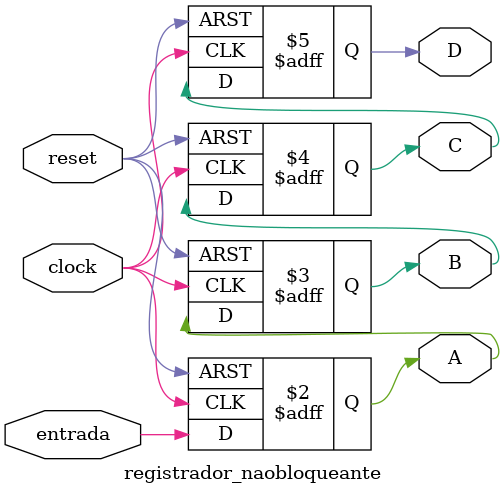
<source format=v>
/*
NOMES: Lara Gama, Mateus Ribeiro, Sulamita Ester
PROJETO: Registrador (não bloqueante)
DATA: 26/01/2022

ENTRADAS: clock, reset, entrada
SAÍDAS: A, B, C, D
*/

module registrador_naobloqueante(clock,reset,entrada,A,B,C,D);

input clock,reset,entrada;
output reg A,B,C,D;

always@(posedge clock or posedge reset)
begin
	if(reset) //quando o reset estiver em uma borda de subida
		begin
			A <= 1'b0; //todas as variáveis vão para zero (são reinicializadas)
			B <= 1'b0;
			C <= 1'b0;
			D <= 1'b0;
		end
	
	else //quando o clock estiver em borda de subida
		begin
			A <= entrada; //A recebe a entrada 
			B <= A; //os demais dados são deslocados um bit para a direita
			C <= B; //observe que foi utilizado o operador de atribuição não bloquante
			D <= C; //o resultado estará de acordo com o esperado
		end
	end
endmodule

</source>
